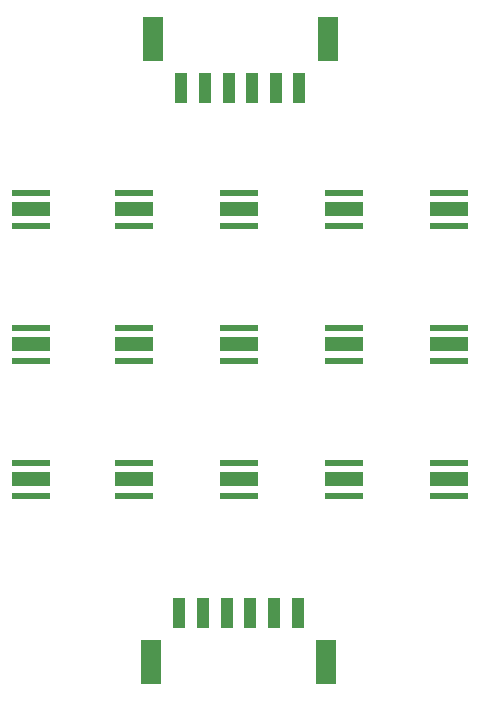
<source format=gbr>
G04 EAGLE Gerber RS-274X export*
G75*
%MOMM*%
%FSLAX34Y34*%
%LPD*%
%INSolderpaste Top*%
%IPPOS*%
%AMOC8*
5,1,8,0,0,1.08239X$1,22.5*%
G01*
G04 Define Apertures*
%ADD10R,1.000000X2.500000*%
%ADD11R,1.800000X3.800000*%
%ADD12R,3.300000X0.500000*%
%ADD13R,3.300000X1.300000*%
D10*
X152400Y114300D03*
X172400Y114300D03*
X192400Y114300D03*
X212400Y114300D03*
X232400Y114300D03*
X252400Y114300D03*
D11*
X128400Y72800D03*
X276400Y72800D03*
D10*
X254000Y558800D03*
X234000Y558800D03*
X214000Y558800D03*
X194000Y558800D03*
X174000Y558800D03*
X154000Y558800D03*
D11*
X278000Y600300D03*
X130000Y600300D03*
D12*
X26660Y241330D03*
X26660Y213330D03*
D13*
X26660Y227330D03*
D12*
X26660Y355630D03*
X26660Y327630D03*
D13*
X26660Y341630D03*
D12*
X26660Y469930D03*
X26660Y441930D03*
D13*
X26660Y455930D03*
D12*
X114300Y241330D03*
X114300Y213330D03*
D13*
X114300Y227330D03*
D12*
X114300Y355630D03*
X114300Y327630D03*
D13*
X114300Y341630D03*
D12*
X114300Y469930D03*
X114300Y441930D03*
D13*
X114300Y455930D03*
D12*
X203200Y241330D03*
X203200Y213330D03*
D13*
X203200Y227330D03*
D12*
X203200Y355630D03*
X203200Y327630D03*
D13*
X203200Y341630D03*
D12*
X203200Y469930D03*
X203200Y441930D03*
D13*
X203200Y455930D03*
D12*
X292100Y241330D03*
X292100Y213330D03*
D13*
X292100Y227330D03*
D12*
X292100Y355630D03*
X292100Y327630D03*
D13*
X292100Y341630D03*
D12*
X292100Y469930D03*
X292100Y441930D03*
D13*
X292100Y455930D03*
D12*
X381000Y241330D03*
X381000Y213330D03*
D13*
X381000Y227330D03*
D12*
X381000Y355630D03*
X381000Y327630D03*
D13*
X381000Y341630D03*
D12*
X381000Y469930D03*
X381000Y441930D03*
D13*
X381000Y455930D03*
M02*

</source>
